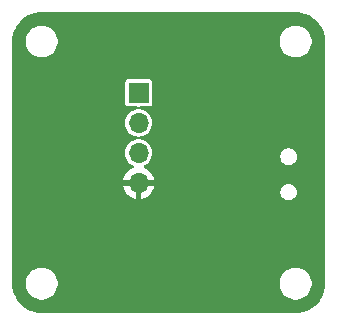
<source format=gbr>
%TF.GenerationSoftware,KiCad,Pcbnew,8.0.5*%
%TF.CreationDate,2024-10-09T16:47:07-04:00*%
%TF.ProjectId,PostureBestICM20948,506f7374-7572-4654-9265-737449434d32,rev?*%
%TF.SameCoordinates,Original*%
%TF.FileFunction,Copper,L2,Bot*%
%TF.FilePolarity,Positive*%
%FSLAX46Y46*%
G04 Gerber Fmt 4.6, Leading zero omitted, Abs format (unit mm)*
G04 Created by KiCad (PCBNEW 8.0.5) date 2024-10-09 16:47:07*
%MOMM*%
%LPD*%
G01*
G04 APERTURE LIST*
%TA.AperFunction,ComponentPad*%
%ADD10R,1.700000X1.700000*%
%TD*%
%TA.AperFunction,ComponentPad*%
%ADD11O,1.700000X1.700000*%
%TD*%
%TA.AperFunction,ViaPad*%
%ADD12C,0.700000*%
%TD*%
G04 APERTURE END LIST*
D10*
%TO.P,J1,1,Pin_1*%
%TO.N,+3.3V*%
X112800000Y-86350000D03*
D11*
%TO.P,J1,2,Pin_2*%
%TO.N,Net-(J1-Pin_2)*%
X112800000Y-88890000D03*
%TO.P,J1,3,Pin_3*%
%TO.N,Net-(J1-Pin_3)*%
X112800000Y-91430000D03*
%TO.P,J1,4,Pin_4*%
%TO.N,GND*%
X112800000Y-93970000D03*
%TD*%
D12*
%TO.N,GND*%
X120000000Y-89200000D03*
X117030000Y-93849240D03*
X121700000Y-97300000D03*
X112800000Y-96200000D03*
X111200000Y-103700000D03*
X122300000Y-91000000D03*
X111200000Y-97300000D03*
%TD*%
%TA.AperFunction,Conductor*%
%TO.N,GND*%
G36*
X126103539Y-79500702D02*
G01*
X126378670Y-79516482D01*
X126392777Y-79518106D01*
X126660779Y-79564627D01*
X126674591Y-79567848D01*
X126935552Y-79644713D01*
X126948891Y-79649488D01*
X127199342Y-79755682D01*
X127212072Y-79761963D01*
X127448714Y-79896079D01*
X127460644Y-79903774D01*
X127520697Y-79947577D01*
X127680419Y-80064078D01*
X127691393Y-80073090D01*
X127891381Y-80257453D01*
X127901254Y-80267660D01*
X128078862Y-80473690D01*
X128087502Y-80484958D01*
X128152170Y-80580122D01*
X128240387Y-80709938D01*
X128247680Y-80722116D01*
X128305209Y-80832004D01*
X128373844Y-80963107D01*
X128379699Y-80976044D01*
X128477482Y-81229877D01*
X128481819Y-81243398D01*
X128549939Y-81506732D01*
X128552703Y-81520661D01*
X128590270Y-81790078D01*
X128591422Y-81804231D01*
X128598027Y-82079712D01*
X128597994Y-82086815D01*
X128595916Y-82149123D01*
X128595917Y-82149128D01*
X128596277Y-82150675D01*
X128599500Y-82178761D01*
X128599500Y-102580592D01*
X128598970Y-102592040D01*
X128573162Y-102870384D01*
X128570949Y-102884873D01*
X128512183Y-103159611D01*
X128508276Y-103173737D01*
X128417502Y-103439625D01*
X128411955Y-103453191D01*
X128290445Y-103706508D01*
X128283336Y-103719326D01*
X128132789Y-103956530D01*
X128124218Y-103968418D01*
X127946729Y-104186210D01*
X127936814Y-104197005D01*
X127734871Y-104392328D01*
X127723753Y-104401877D01*
X127500171Y-104572012D01*
X127488003Y-104580183D01*
X127245909Y-104722747D01*
X127232862Y-104729424D01*
X126975631Y-104842431D01*
X126961887Y-104847523D01*
X126693136Y-104929383D01*
X126678887Y-104932818D01*
X126402339Y-104982399D01*
X126387785Y-104984128D01*
X126131805Y-104999283D01*
X126124477Y-104999500D01*
X104603751Y-104999500D01*
X104596264Y-104999274D01*
X104306205Y-104981728D01*
X104291340Y-104979923D01*
X104009201Y-104928219D01*
X103994663Y-104924635D01*
X103720832Y-104839306D01*
X103706831Y-104833997D01*
X103445263Y-104716275D01*
X103432004Y-104709316D01*
X103218392Y-104580183D01*
X103186537Y-104560926D01*
X103174217Y-104552422D01*
X102948426Y-104375526D01*
X102937218Y-104365596D01*
X102734403Y-104162781D01*
X102724473Y-104151573D01*
X102547573Y-103925776D01*
X102539075Y-103913465D01*
X102390680Y-103667989D01*
X102383727Y-103654743D01*
X102266000Y-103393163D01*
X102260693Y-103379167D01*
X102194514Y-103166792D01*
X102175363Y-103105335D01*
X102171780Y-103090798D01*
X102120076Y-102808659D01*
X102118271Y-102793794D01*
X102110534Y-102665892D01*
X102100726Y-102503736D01*
X102100500Y-102496249D01*
X102100500Y-102393713D01*
X103249500Y-102393713D01*
X103249500Y-102606286D01*
X103281552Y-102808659D01*
X103282754Y-102816243D01*
X103305053Y-102884873D01*
X103348444Y-103018414D01*
X103444951Y-103207820D01*
X103569890Y-103379786D01*
X103720213Y-103530109D01*
X103892179Y-103655048D01*
X103892181Y-103655049D01*
X103892184Y-103655051D01*
X104081588Y-103751557D01*
X104283757Y-103817246D01*
X104493713Y-103850500D01*
X104493714Y-103850500D01*
X104706286Y-103850500D01*
X104706287Y-103850500D01*
X104916243Y-103817246D01*
X105118412Y-103751557D01*
X105307816Y-103655051D01*
X105329789Y-103639086D01*
X105479786Y-103530109D01*
X105479788Y-103530106D01*
X105479792Y-103530104D01*
X105630104Y-103379792D01*
X105630106Y-103379788D01*
X105630109Y-103379786D01*
X105755048Y-103207820D01*
X105755047Y-103207820D01*
X105755051Y-103207816D01*
X105851557Y-103018412D01*
X105917246Y-102816243D01*
X105950500Y-102606287D01*
X105950500Y-102393713D01*
X124749500Y-102393713D01*
X124749500Y-102606286D01*
X124781552Y-102808659D01*
X124782754Y-102816243D01*
X124805053Y-102884873D01*
X124848444Y-103018414D01*
X124944951Y-103207820D01*
X125069890Y-103379786D01*
X125220213Y-103530109D01*
X125392179Y-103655048D01*
X125392181Y-103655049D01*
X125392184Y-103655051D01*
X125581588Y-103751557D01*
X125783757Y-103817246D01*
X125993713Y-103850500D01*
X125993714Y-103850500D01*
X126206286Y-103850500D01*
X126206287Y-103850500D01*
X126416243Y-103817246D01*
X126618412Y-103751557D01*
X126807816Y-103655051D01*
X126829789Y-103639086D01*
X126979786Y-103530109D01*
X126979788Y-103530106D01*
X126979792Y-103530104D01*
X127130104Y-103379792D01*
X127130106Y-103379788D01*
X127130109Y-103379786D01*
X127255048Y-103207820D01*
X127255047Y-103207820D01*
X127255051Y-103207816D01*
X127351557Y-103018412D01*
X127417246Y-102816243D01*
X127450500Y-102606287D01*
X127450500Y-102393713D01*
X127417246Y-102183757D01*
X127351557Y-101981588D01*
X127255051Y-101792184D01*
X127255049Y-101792181D01*
X127255048Y-101792179D01*
X127130109Y-101620213D01*
X126979786Y-101469890D01*
X126807820Y-101344951D01*
X126618414Y-101248444D01*
X126618413Y-101248443D01*
X126618412Y-101248443D01*
X126416243Y-101182754D01*
X126416241Y-101182753D01*
X126416240Y-101182753D01*
X126254957Y-101157208D01*
X126206287Y-101149500D01*
X125993713Y-101149500D01*
X125945042Y-101157208D01*
X125783760Y-101182753D01*
X125581585Y-101248444D01*
X125392179Y-101344951D01*
X125220213Y-101469890D01*
X125069890Y-101620213D01*
X124944951Y-101792179D01*
X124848444Y-101981585D01*
X124782753Y-102183760D01*
X124749500Y-102393713D01*
X105950500Y-102393713D01*
X105917246Y-102183757D01*
X105851557Y-101981588D01*
X105755051Y-101792184D01*
X105755049Y-101792181D01*
X105755048Y-101792179D01*
X105630109Y-101620213D01*
X105479786Y-101469890D01*
X105307820Y-101344951D01*
X105118414Y-101248444D01*
X105118413Y-101248443D01*
X105118412Y-101248443D01*
X104916243Y-101182754D01*
X104916241Y-101182753D01*
X104916240Y-101182753D01*
X104754957Y-101157208D01*
X104706287Y-101149500D01*
X104493713Y-101149500D01*
X104445042Y-101157208D01*
X104283760Y-101182753D01*
X104081585Y-101248444D01*
X103892179Y-101344951D01*
X103720213Y-101469890D01*
X103569890Y-101620213D01*
X103444951Y-101792179D01*
X103348444Y-101981585D01*
X103282753Y-102183760D01*
X103249500Y-102393713D01*
X102100500Y-102393713D01*
X102100500Y-93719999D01*
X111469364Y-93719999D01*
X111469364Y-93720000D01*
X112366988Y-93720000D01*
X112334075Y-93777007D01*
X112300000Y-93904174D01*
X112300000Y-94035826D01*
X112334075Y-94162993D01*
X112366988Y-94220000D01*
X111469364Y-94220000D01*
X111526567Y-94433486D01*
X111526570Y-94433492D01*
X111626399Y-94647578D01*
X111761894Y-94841082D01*
X111928917Y-95008105D01*
X112122421Y-95143600D01*
X112336507Y-95243429D01*
X112336516Y-95243433D01*
X112550000Y-95300634D01*
X112550000Y-94403012D01*
X112607007Y-94435925D01*
X112734174Y-94470000D01*
X112865826Y-94470000D01*
X112992993Y-94435925D01*
X113050000Y-94403012D01*
X113050000Y-95300633D01*
X113263483Y-95243433D01*
X113263492Y-95243429D01*
X113477578Y-95143600D01*
X113671082Y-95008105D01*
X113838105Y-94841082D01*
X113853571Y-94818995D01*
X124799499Y-94818995D01*
X124826418Y-94954322D01*
X124826421Y-94954332D01*
X124879221Y-95081804D01*
X124879228Y-95081817D01*
X124955885Y-95196541D01*
X124955888Y-95196545D01*
X125053454Y-95294111D01*
X125053458Y-95294114D01*
X125168182Y-95370771D01*
X125168195Y-95370778D01*
X125295667Y-95423578D01*
X125295672Y-95423580D01*
X125295676Y-95423580D01*
X125295677Y-95423581D01*
X125431004Y-95450500D01*
X125431007Y-95450500D01*
X125568995Y-95450500D01*
X125660041Y-95432389D01*
X125704328Y-95423580D01*
X125831811Y-95370775D01*
X125946542Y-95294114D01*
X126044114Y-95196542D01*
X126120775Y-95081811D01*
X126173580Y-94954328D01*
X126200500Y-94818993D01*
X126200500Y-94681007D01*
X126200500Y-94681004D01*
X126173581Y-94545677D01*
X126173580Y-94545676D01*
X126173580Y-94545672D01*
X126142236Y-94470000D01*
X126120778Y-94418195D01*
X126120771Y-94418182D01*
X126044114Y-94303458D01*
X126044111Y-94303454D01*
X125946545Y-94205888D01*
X125946541Y-94205885D01*
X125831817Y-94129228D01*
X125831804Y-94129221D01*
X125704332Y-94076421D01*
X125704322Y-94076418D01*
X125568995Y-94049500D01*
X125568993Y-94049500D01*
X125431007Y-94049500D01*
X125431005Y-94049500D01*
X125295677Y-94076418D01*
X125295667Y-94076421D01*
X125168195Y-94129221D01*
X125168182Y-94129228D01*
X125053458Y-94205885D01*
X125053454Y-94205888D01*
X124955888Y-94303454D01*
X124955885Y-94303458D01*
X124879228Y-94418182D01*
X124879221Y-94418195D01*
X124826421Y-94545667D01*
X124826418Y-94545677D01*
X124799500Y-94681004D01*
X124799500Y-94681007D01*
X124799500Y-94818993D01*
X124799500Y-94818995D01*
X124799499Y-94818995D01*
X113853571Y-94818995D01*
X113973600Y-94647578D01*
X114073429Y-94433492D01*
X114073432Y-94433486D01*
X114130636Y-94220000D01*
X113233012Y-94220000D01*
X113265925Y-94162993D01*
X113300000Y-94035826D01*
X113300000Y-93904174D01*
X113265925Y-93777007D01*
X113233012Y-93720000D01*
X114130636Y-93720000D01*
X114130635Y-93719999D01*
X114073432Y-93506513D01*
X114073429Y-93506507D01*
X113973600Y-93292422D01*
X113973599Y-93292420D01*
X113838113Y-93098926D01*
X113838108Y-93098920D01*
X113671082Y-92931894D01*
X113477578Y-92796399D01*
X113278426Y-92703533D01*
X113225987Y-92657360D01*
X113206835Y-92590167D01*
X113227051Y-92523286D01*
X113280216Y-92477951D01*
X113286005Y-92475537D01*
X113315019Y-92464298D01*
X113496302Y-92352052D01*
X113653872Y-92208407D01*
X113782366Y-92038255D01*
X113877405Y-91847389D01*
X113885484Y-91818995D01*
X124799499Y-91818995D01*
X124826418Y-91954322D01*
X124826421Y-91954332D01*
X124879221Y-92081804D01*
X124879228Y-92081817D01*
X124955885Y-92196541D01*
X124955888Y-92196545D01*
X125053454Y-92294111D01*
X125053458Y-92294114D01*
X125168182Y-92370771D01*
X125168195Y-92370778D01*
X125295667Y-92423578D01*
X125295672Y-92423580D01*
X125295676Y-92423580D01*
X125295677Y-92423581D01*
X125431004Y-92450500D01*
X125431007Y-92450500D01*
X125568995Y-92450500D01*
X125660041Y-92432389D01*
X125704328Y-92423580D01*
X125831811Y-92370775D01*
X125946542Y-92294114D01*
X126044114Y-92196542D01*
X126120775Y-92081811D01*
X126173580Y-91954328D01*
X126200500Y-91818993D01*
X126200500Y-91681007D01*
X126200500Y-91681004D01*
X126173581Y-91545677D01*
X126173580Y-91545676D01*
X126173580Y-91545672D01*
X126173578Y-91545667D01*
X126120778Y-91418195D01*
X126120771Y-91418182D01*
X126044114Y-91303458D01*
X126044111Y-91303454D01*
X125946545Y-91205888D01*
X125946541Y-91205885D01*
X125831817Y-91129228D01*
X125831804Y-91129221D01*
X125704332Y-91076421D01*
X125704322Y-91076418D01*
X125568995Y-91049500D01*
X125568993Y-91049500D01*
X125431007Y-91049500D01*
X125431005Y-91049500D01*
X125295677Y-91076418D01*
X125295667Y-91076421D01*
X125168195Y-91129221D01*
X125168182Y-91129228D01*
X125053458Y-91205885D01*
X125053454Y-91205888D01*
X124955888Y-91303454D01*
X124955885Y-91303458D01*
X124879228Y-91418182D01*
X124879221Y-91418195D01*
X124826421Y-91545667D01*
X124826418Y-91545677D01*
X124799500Y-91681004D01*
X124799500Y-91681007D01*
X124799500Y-91818993D01*
X124799500Y-91818995D01*
X124799499Y-91818995D01*
X113885484Y-91818995D01*
X113935756Y-91642310D01*
X113955429Y-91430000D01*
X113935756Y-91217690D01*
X113877405Y-91012611D01*
X113877403Y-91012606D01*
X113877403Y-91012605D01*
X113782367Y-90821746D01*
X113653872Y-90651593D01*
X113496302Y-90507948D01*
X113315019Y-90395702D01*
X113315017Y-90395701D01*
X113215608Y-90357190D01*
X113116198Y-90318679D01*
X112919385Y-90281888D01*
X112857106Y-90250221D01*
X112821833Y-90189908D01*
X112824767Y-90120100D01*
X112864976Y-90062960D01*
X112919384Y-90038111D01*
X113116198Y-90001321D01*
X113315019Y-89924298D01*
X113496302Y-89812052D01*
X113653872Y-89668407D01*
X113782366Y-89498255D01*
X113877405Y-89307389D01*
X113935756Y-89102310D01*
X113955429Y-88890000D01*
X113935756Y-88677690D01*
X113877405Y-88472611D01*
X113877403Y-88472606D01*
X113877403Y-88472605D01*
X113782367Y-88281746D01*
X113653872Y-88111593D01*
X113496302Y-87967948D01*
X113315019Y-87855702D01*
X113315017Y-87855701D01*
X113215608Y-87817190D01*
X113116198Y-87778679D01*
X112943456Y-87746387D01*
X112881176Y-87714719D01*
X112845903Y-87654407D01*
X112848837Y-87584599D01*
X112889046Y-87527459D01*
X112953764Y-87501128D01*
X112966233Y-87500499D01*
X113694864Y-87500499D01*
X113694879Y-87500497D01*
X113694882Y-87500497D01*
X113719987Y-87497586D01*
X113719988Y-87497585D01*
X113719991Y-87497585D01*
X113822765Y-87452206D01*
X113902206Y-87372765D01*
X113947585Y-87269991D01*
X113950500Y-87244865D01*
X113950499Y-85455136D01*
X113950497Y-85455117D01*
X113947586Y-85430012D01*
X113947585Y-85430010D01*
X113947585Y-85430009D01*
X113902206Y-85327235D01*
X113822765Y-85247794D01*
X113822763Y-85247793D01*
X113719992Y-85202415D01*
X113694865Y-85199500D01*
X111905143Y-85199500D01*
X111905117Y-85199502D01*
X111880012Y-85202413D01*
X111880008Y-85202415D01*
X111777235Y-85247793D01*
X111697794Y-85327234D01*
X111652415Y-85430006D01*
X111652415Y-85430008D01*
X111649500Y-85455131D01*
X111649500Y-87244856D01*
X111649502Y-87244882D01*
X111652413Y-87269987D01*
X111652415Y-87269991D01*
X111697793Y-87372764D01*
X111697794Y-87372765D01*
X111777235Y-87452206D01*
X111880009Y-87497585D01*
X111905135Y-87500500D01*
X112633758Y-87500499D01*
X112700795Y-87520183D01*
X112746550Y-87572987D01*
X112756494Y-87642146D01*
X112727469Y-87705702D01*
X112668691Y-87743476D01*
X112656542Y-87746388D01*
X112600116Y-87756935D01*
X112483802Y-87778679D01*
X112483800Y-87778679D01*
X112483798Y-87778680D01*
X112284982Y-87855701D01*
X112284980Y-87855702D01*
X112103699Y-87967947D01*
X111946127Y-88111593D01*
X111817632Y-88281746D01*
X111722596Y-88472605D01*
X111722596Y-88472607D01*
X111664244Y-88677689D01*
X111644571Y-88889999D01*
X111644571Y-88890000D01*
X111664244Y-89102310D01*
X111722596Y-89307392D01*
X111722596Y-89307394D01*
X111817632Y-89498253D01*
X111817634Y-89498255D01*
X111946128Y-89668407D01*
X112103698Y-89812052D01*
X112284981Y-89924298D01*
X112483802Y-90001321D01*
X112680613Y-90038111D01*
X112742893Y-90069779D01*
X112778166Y-90130092D01*
X112775232Y-90199900D01*
X112735023Y-90257040D01*
X112680613Y-90281888D01*
X112483802Y-90318679D01*
X112483799Y-90318679D01*
X112483799Y-90318680D01*
X112284982Y-90395701D01*
X112284980Y-90395702D01*
X112103699Y-90507947D01*
X111946127Y-90651593D01*
X111817632Y-90821746D01*
X111722596Y-91012605D01*
X111722596Y-91012607D01*
X111664244Y-91217689D01*
X111644571Y-91429999D01*
X111644571Y-91430000D01*
X111664244Y-91642310D01*
X111722596Y-91847392D01*
X111722596Y-91847394D01*
X111817632Y-92038253D01*
X111937167Y-92196541D01*
X111946128Y-92208407D01*
X112103698Y-92352052D01*
X112284981Y-92464298D01*
X112313961Y-92475525D01*
X112369362Y-92518095D01*
X112392954Y-92583861D01*
X112377244Y-92651942D01*
X112327222Y-92700722D01*
X112321573Y-92703533D01*
X112122422Y-92796399D01*
X112122420Y-92796400D01*
X111928926Y-92931886D01*
X111928920Y-92931891D01*
X111761891Y-93098920D01*
X111761886Y-93098926D01*
X111626400Y-93292420D01*
X111626399Y-93292422D01*
X111526570Y-93506507D01*
X111526567Y-93506513D01*
X111469364Y-93719999D01*
X102100500Y-93719999D01*
X102100500Y-82003750D01*
X102100726Y-81996263D01*
X102106929Y-81893713D01*
X103249500Y-81893713D01*
X103249500Y-82106286D01*
X103282753Y-82316239D01*
X103348444Y-82518414D01*
X103444951Y-82707820D01*
X103569890Y-82879786D01*
X103720213Y-83030109D01*
X103892179Y-83155048D01*
X103892181Y-83155049D01*
X103892184Y-83155051D01*
X104081588Y-83251557D01*
X104283757Y-83317246D01*
X104493713Y-83350500D01*
X104493714Y-83350500D01*
X104706286Y-83350500D01*
X104706287Y-83350500D01*
X104916243Y-83317246D01*
X105118412Y-83251557D01*
X105307816Y-83155051D01*
X105329789Y-83139086D01*
X105479786Y-83030109D01*
X105479788Y-83030106D01*
X105479792Y-83030104D01*
X105630104Y-82879792D01*
X105630106Y-82879788D01*
X105630109Y-82879786D01*
X105755048Y-82707820D01*
X105755047Y-82707820D01*
X105755051Y-82707816D01*
X105851557Y-82518412D01*
X105917246Y-82316243D01*
X105950500Y-82106287D01*
X105950500Y-81893713D01*
X124749500Y-81893713D01*
X124749500Y-82106286D01*
X124782753Y-82316239D01*
X124848444Y-82518414D01*
X124944951Y-82707820D01*
X125069890Y-82879786D01*
X125220213Y-83030109D01*
X125392179Y-83155048D01*
X125392181Y-83155049D01*
X125392184Y-83155051D01*
X125581588Y-83251557D01*
X125783757Y-83317246D01*
X125993713Y-83350500D01*
X125993714Y-83350500D01*
X126206286Y-83350500D01*
X126206287Y-83350500D01*
X126416243Y-83317246D01*
X126618412Y-83251557D01*
X126807816Y-83155051D01*
X126829789Y-83139086D01*
X126979786Y-83030109D01*
X126979788Y-83030106D01*
X126979792Y-83030104D01*
X127130104Y-82879792D01*
X127130106Y-82879788D01*
X127130109Y-82879786D01*
X127255048Y-82707820D01*
X127255047Y-82707820D01*
X127255051Y-82707816D01*
X127351557Y-82518412D01*
X127417246Y-82316243D01*
X127450500Y-82106287D01*
X127450500Y-81893713D01*
X127417246Y-81683757D01*
X127351557Y-81481588D01*
X127255051Y-81292184D01*
X127255049Y-81292181D01*
X127255048Y-81292179D01*
X127130109Y-81120213D01*
X126979786Y-80969890D01*
X126807820Y-80844951D01*
X126618414Y-80748444D01*
X126618413Y-80748443D01*
X126618412Y-80748443D01*
X126416243Y-80682754D01*
X126416241Y-80682753D01*
X126416240Y-80682753D01*
X126254957Y-80657208D01*
X126206287Y-80649500D01*
X125993713Y-80649500D01*
X125945042Y-80657208D01*
X125783760Y-80682753D01*
X125581585Y-80748444D01*
X125392179Y-80844951D01*
X125220213Y-80969890D01*
X125069890Y-81120213D01*
X124944951Y-81292179D01*
X124848444Y-81481585D01*
X124782753Y-81683760D01*
X124749500Y-81893713D01*
X105950500Y-81893713D01*
X105917246Y-81683757D01*
X105851557Y-81481588D01*
X105755051Y-81292184D01*
X105755049Y-81292181D01*
X105755048Y-81292179D01*
X105630109Y-81120213D01*
X105479786Y-80969890D01*
X105307820Y-80844951D01*
X105118414Y-80748444D01*
X105118413Y-80748443D01*
X105118412Y-80748443D01*
X104916243Y-80682754D01*
X104916241Y-80682753D01*
X104916240Y-80682753D01*
X104754957Y-80657208D01*
X104706287Y-80649500D01*
X104493713Y-80649500D01*
X104445042Y-80657208D01*
X104283760Y-80682753D01*
X104081585Y-80748444D01*
X103892179Y-80844951D01*
X103720213Y-80969890D01*
X103569890Y-81120213D01*
X103444951Y-81292179D01*
X103348444Y-81481585D01*
X103282753Y-81683760D01*
X103249500Y-81893713D01*
X102106929Y-81893713D01*
X102118271Y-81706205D01*
X102120076Y-81691340D01*
X102171780Y-81409201D01*
X102175364Y-81394663D01*
X102207298Y-81292184D01*
X102260696Y-81120822D01*
X102265998Y-81106841D01*
X102383731Y-80845249D01*
X102390676Y-80832016D01*
X102539080Y-80586526D01*
X102547567Y-80574230D01*
X102724480Y-80348417D01*
X102734395Y-80337226D01*
X102937226Y-80134395D01*
X102948417Y-80124480D01*
X103174230Y-79947567D01*
X103186526Y-79939080D01*
X103432016Y-79790676D01*
X103445249Y-79783731D01*
X103706841Y-79665998D01*
X103720822Y-79660696D01*
X103994668Y-79575362D01*
X104009197Y-79571780D01*
X104291344Y-79520075D01*
X104306201Y-79518271D01*
X104596264Y-79500726D01*
X104603751Y-79500500D01*
X104665892Y-79500500D01*
X126034108Y-79500500D01*
X126096440Y-79500500D01*
X126103539Y-79500702D01*
G37*
%TD.AperFunction*%
%TD*%
M02*

</source>
